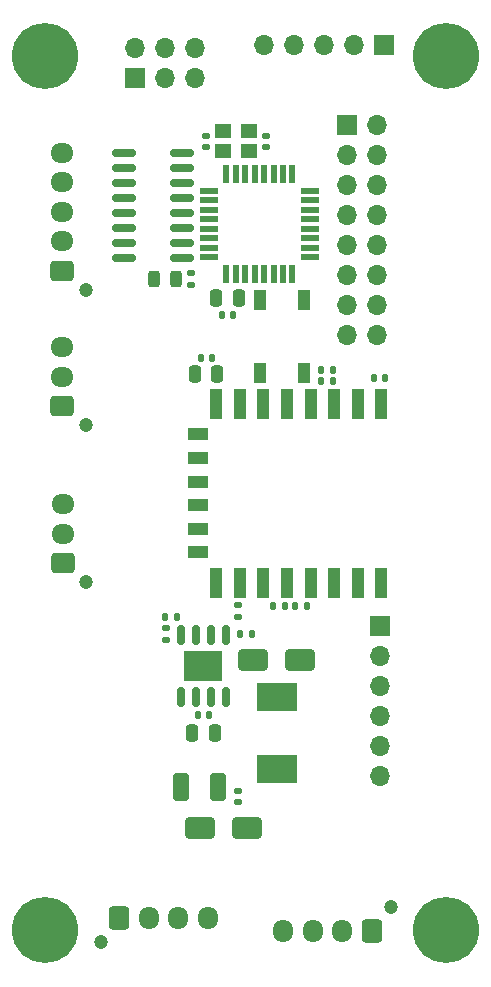
<source format=gts>
G04 #@! TF.GenerationSoftware,KiCad,Pcbnew,7.0.10*
G04 #@! TF.CreationDate,2024-02-04T23:07:42+01:00*
G04 #@! TF.ProjectId,splitflappcb,73706c69-7466-46c6-9170-7063622e6b69,rev?*
G04 #@! TF.SameCoordinates,Original*
G04 #@! TF.FileFunction,Soldermask,Top*
G04 #@! TF.FilePolarity,Negative*
%FSLAX46Y46*%
G04 Gerber Fmt 4.6, Leading zero omitted, Abs format (unit mm)*
G04 Created by KiCad (PCBNEW 7.0.10) date 2024-02-04 23:07:42*
%MOMM*%
%LPD*%
G01*
G04 APERTURE LIST*
G04 Aperture macros list*
%AMRoundRect*
0 Rectangle with rounded corners*
0 $1 Rounding radius*
0 $2 $3 $4 $5 $6 $7 $8 $9 X,Y pos of 4 corners*
0 Add a 4 corners polygon primitive as box body*
4,1,4,$2,$3,$4,$5,$6,$7,$8,$9,$2,$3,0*
0 Add four circle primitives for the rounded corners*
1,1,$1+$1,$2,$3*
1,1,$1+$1,$4,$5*
1,1,$1+$1,$6,$7*
1,1,$1+$1,$8,$9*
0 Add four rect primitives between the rounded corners*
20,1,$1+$1,$2,$3,$4,$5,0*
20,1,$1+$1,$4,$5,$6,$7,0*
20,1,$1+$1,$6,$7,$8,$9,0*
20,1,$1+$1,$8,$9,$2,$3,0*%
G04 Aperture macros list end*
%ADD10RoundRect,0.135000X-0.185000X0.135000X-0.185000X-0.135000X0.185000X-0.135000X0.185000X0.135000X0*%
%ADD11RoundRect,0.150000X-0.150000X0.662500X-0.150000X-0.662500X0.150000X-0.662500X0.150000X0.662500X0*%
%ADD12R,3.200000X2.514000*%
%ADD13C,5.600000*%
%ADD14RoundRect,0.140000X0.170000X-0.140000X0.170000X0.140000X-0.170000X0.140000X-0.170000X-0.140000X0*%
%ADD15R,1.700000X1.700000*%
%ADD16O,1.700000X1.700000*%
%ADD17RoundRect,0.135000X0.185000X-0.135000X0.185000X0.135000X-0.185000X0.135000X-0.185000X-0.135000X0*%
%ADD18RoundRect,0.243750X-0.243750X-0.456250X0.243750X-0.456250X0.243750X0.456250X-0.243750X0.456250X0*%
%ADD19R,1.400000X1.200000*%
%ADD20RoundRect,0.140000X-0.140000X-0.170000X0.140000X-0.170000X0.140000X0.170000X-0.140000X0.170000X0*%
%ADD21RoundRect,0.150000X0.825000X0.150000X-0.825000X0.150000X-0.825000X-0.150000X0.825000X-0.150000X0*%
%ADD22RoundRect,0.140000X0.140000X0.170000X-0.140000X0.170000X-0.140000X-0.170000X0.140000X-0.170000X0*%
%ADD23C,1.200000*%
%ADD24RoundRect,0.250000X0.600000X0.725000X-0.600000X0.725000X-0.600000X-0.725000X0.600000X-0.725000X0*%
%ADD25O,1.700000X1.950000*%
%ADD26RoundRect,0.250000X-0.600000X-0.725000X0.600000X-0.725000X0.600000X0.725000X-0.600000X0.725000X0*%
%ADD27RoundRect,0.140000X-0.170000X0.140000X-0.170000X-0.140000X0.170000X-0.140000X0.170000X0.140000X0*%
%ADD28RoundRect,0.250000X1.000000X0.650000X-1.000000X0.650000X-1.000000X-0.650000X1.000000X-0.650000X0*%
%ADD29RoundRect,0.135000X-0.135000X-0.185000X0.135000X-0.185000X0.135000X0.185000X-0.135000X0.185000X0*%
%ADD30RoundRect,0.250000X0.412500X0.925000X-0.412500X0.925000X-0.412500X-0.925000X0.412500X-0.925000X0*%
%ADD31R,0.550000X1.600000*%
%ADD32R,1.600000X0.550000*%
%ADD33RoundRect,0.135000X0.135000X0.185000X-0.135000X0.185000X-0.135000X-0.185000X0.135000X-0.185000X0*%
%ADD34R,1.000000X2.500000*%
%ADD35R,1.800000X1.000000*%
%ADD36R,1.100000X1.800000*%
%ADD37RoundRect,0.250000X0.725000X-0.600000X0.725000X0.600000X-0.725000X0.600000X-0.725000X-0.600000X0*%
%ADD38O,1.950000X1.700000*%
%ADD39RoundRect,0.250000X-0.250000X-0.475000X0.250000X-0.475000X0.250000X0.475000X-0.250000X0.475000X0*%
%ADD40RoundRect,0.250000X0.250000X0.475000X-0.250000X0.475000X-0.250000X-0.475000X0.250000X-0.475000X0*%
%ADD41R,3.500000X2.350000*%
G04 APERTURE END LIST*
D10*
X86350000Y-96470000D03*
X86350000Y-97490000D03*
D11*
X85325000Y-98997500D03*
X84055000Y-98997500D03*
X82785000Y-98997500D03*
X81515000Y-98997500D03*
X81515000Y-104272500D03*
X82785000Y-104272500D03*
X84055000Y-104272500D03*
X85325000Y-104272500D03*
D12*
X83420000Y-101635000D03*
D13*
X104000000Y-50000000D03*
D14*
X88750000Y-57670000D03*
X88750000Y-56710000D03*
D15*
X98740000Y-49010000D03*
D16*
X96200000Y-49010000D03*
X93660000Y-49010000D03*
X91120000Y-49010000D03*
X88580000Y-49010000D03*
D17*
X82360000Y-69330000D03*
X82360000Y-68310000D03*
D18*
X79270000Y-68820000D03*
X81145000Y-68820000D03*
D19*
X87290000Y-56340000D03*
X85090000Y-56340000D03*
X85090000Y-58040000D03*
X87290000Y-58040000D03*
D20*
X83190000Y-75500000D03*
X84150000Y-75500000D03*
D21*
X81620000Y-67070000D03*
X81620000Y-65800000D03*
X81620000Y-64530000D03*
X81620000Y-63260000D03*
X81620000Y-61990000D03*
X81620000Y-60720000D03*
X81620000Y-59450000D03*
X81620000Y-58180000D03*
X76670000Y-58180000D03*
X76670000Y-59450000D03*
X76670000Y-60720000D03*
X76670000Y-61990000D03*
X76670000Y-63260000D03*
X76670000Y-64530000D03*
X76670000Y-65800000D03*
X76670000Y-67070000D03*
D22*
X83910000Y-105795000D03*
X82950000Y-105795000D03*
D23*
X99280000Y-122010000D03*
D24*
X97680000Y-124010000D03*
D25*
X95180000Y-124010000D03*
X92680000Y-124010000D03*
X90180000Y-124010000D03*
D13*
X70000000Y-50000000D03*
D23*
X74720000Y-124970000D03*
D26*
X76320000Y-122970000D03*
D25*
X78820000Y-122970000D03*
X81320000Y-122970000D03*
X83820000Y-122970000D03*
D27*
X86350000Y-112175000D03*
X86350000Y-113135000D03*
D28*
X91620000Y-101075000D03*
X87620000Y-101075000D03*
D29*
X89310000Y-96540000D03*
X90330000Y-96540000D03*
D15*
X98370000Y-98200000D03*
D16*
X98370000Y-100740000D03*
X98370000Y-103280000D03*
X98370000Y-105820000D03*
X98370000Y-108360000D03*
X98370000Y-110900000D03*
D30*
X84645000Y-111865000D03*
X81570000Y-111865000D03*
D31*
X90970000Y-59940000D03*
X90170000Y-59940000D03*
X89370000Y-59940000D03*
X88570000Y-59940000D03*
X87770000Y-59940000D03*
X86970000Y-59940000D03*
X86170000Y-59940000D03*
X85370000Y-59940000D03*
D32*
X83920000Y-61390000D03*
X83920000Y-62190000D03*
X83920000Y-62990000D03*
X83920000Y-63790000D03*
X83920000Y-64590000D03*
X83920000Y-65390000D03*
X83920000Y-66190000D03*
X83920000Y-66990000D03*
D31*
X85370000Y-68440000D03*
X86170000Y-68440000D03*
X86970000Y-68440000D03*
X87770000Y-68440000D03*
X88570000Y-68440000D03*
X89370000Y-68440000D03*
X90170000Y-68440000D03*
X90970000Y-68440000D03*
D32*
X92420000Y-66990000D03*
X92420000Y-66190000D03*
X92420000Y-65390000D03*
X92420000Y-64590000D03*
X92420000Y-63790000D03*
X92420000Y-62990000D03*
X92420000Y-62190000D03*
X92420000Y-61390000D03*
D28*
X87117500Y-115340000D03*
X83117500Y-115340000D03*
D33*
X81230000Y-97465000D03*
X80210000Y-97465000D03*
D34*
X98500000Y-79400000D03*
X96500000Y-79400000D03*
X94500000Y-79400000D03*
X92500000Y-79400000D03*
X90500000Y-79400000D03*
X88500000Y-79400000D03*
X86500000Y-79400000D03*
X84500000Y-79400000D03*
D35*
X83000000Y-82000000D03*
X83000000Y-84000000D03*
X83000000Y-86000000D03*
X83000000Y-88000000D03*
X83000000Y-90000000D03*
X83000000Y-92000000D03*
D34*
X84500000Y-94600000D03*
X86500000Y-94600000D03*
X88500000Y-94600000D03*
X90500000Y-94600000D03*
X92500000Y-94600000D03*
X94500000Y-94600000D03*
X96500000Y-94600000D03*
X98500000Y-94600000D03*
D15*
X77600000Y-51840000D03*
D16*
X77600000Y-49300000D03*
X80140000Y-51840000D03*
X80140000Y-49300000D03*
X82680000Y-51840000D03*
X82680000Y-49300000D03*
D29*
X93400000Y-76530000D03*
X94420000Y-76530000D03*
D13*
X104000000Y-124000000D03*
D15*
X95560000Y-55810000D03*
D16*
X98100000Y-55810000D03*
X95560000Y-58350000D03*
X98100000Y-58350000D03*
X95560000Y-60890000D03*
X98100000Y-60890000D03*
X95560000Y-63430000D03*
X98100000Y-63430000D03*
X95560000Y-65970000D03*
X98100000Y-65970000D03*
X95560000Y-68510000D03*
X98100000Y-68510000D03*
X95560000Y-71050000D03*
X98100000Y-71050000D03*
X95560000Y-73590000D03*
X98100000Y-73590000D03*
D36*
X91920000Y-70620000D03*
X91920000Y-76820000D03*
X88220000Y-70620000D03*
X88220000Y-76820000D03*
D13*
X70000000Y-124000000D03*
D22*
X98840000Y-77240000D03*
X97880000Y-77240000D03*
X87510000Y-98865000D03*
X86550000Y-98865000D03*
D23*
X73450000Y-69760000D03*
D37*
X71450000Y-68160000D03*
D38*
X71450000Y-65660000D03*
X71450000Y-63160000D03*
X71450000Y-60660000D03*
X71450000Y-58160000D03*
D27*
X83620000Y-56710000D03*
X83620000Y-57670000D03*
D23*
X73465000Y-81230000D03*
D37*
X71465000Y-79630000D03*
D38*
X71465000Y-77130000D03*
X71465000Y-74630000D03*
D29*
X93400000Y-77480000D03*
X94420000Y-77480000D03*
D33*
X92200000Y-96540000D03*
X91180000Y-96540000D03*
D20*
X84990000Y-71920000D03*
X85950000Y-71920000D03*
D39*
X84530000Y-70470000D03*
X86430000Y-70470000D03*
X82680000Y-76930000D03*
X84580000Y-76930000D03*
D23*
X73510000Y-94510000D03*
D37*
X71510000Y-92910000D03*
D38*
X71510000Y-90410000D03*
X71510000Y-87910000D03*
D40*
X84380000Y-107245000D03*
X82480000Y-107245000D03*
D10*
X80250000Y-98355000D03*
X80250000Y-99375000D03*
D41*
X89670000Y-104260000D03*
X89670000Y-110310000D03*
M02*

</source>
